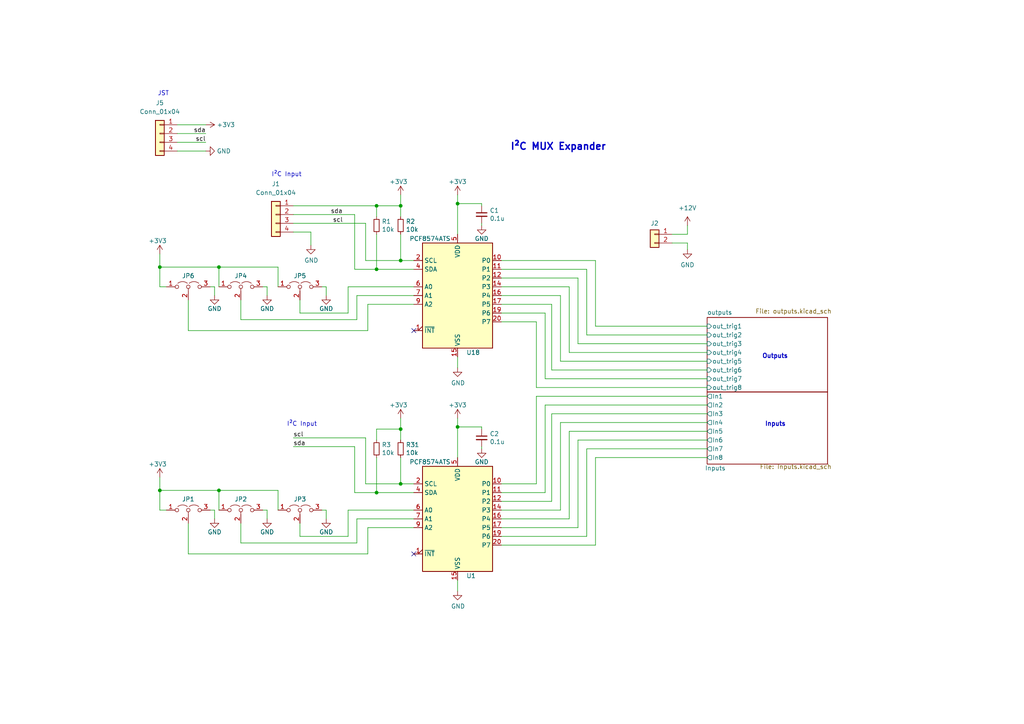
<source format=kicad_sch>
(kicad_sch (version 20231120) (generator "eeschema") (generator_version "8.0")
  (paper "A4")
  (title_block (title "Industrial Input Device") (date "2023-02-04") (rev "v01") (company "Pekaway") (comment 1 "Checked by:  Karl ") (comment 2 "Designed by: Simon ") (comment 3 "Project Lead: Karl ") (comment 4 "Industrial Input Device"))
  (lib_symbols
    (symbol "+3V3_1" (power) (pin_names (offset 0))
      (property "Value" "+3V3_1" (at 0 3.556 0))
      (symbol "+3V3_1_0_1"
        (polyline (pts (xy -0.762 1.27) (xy 0 2.54)))
        (polyline (pts (xy 0 0) (xy 0 2.54)))
        (polyline (pts (xy 0 2.54) (xy 0.762 1.27)))
      )
      (symbol "+3V3_1_1_1"
        (pin power_in line (at 0 0 90) (length 0) hide (name "+3V3") (number "1"))
      )
    )
    (symbol "Connector_Generic:Conn_01x02" (pin_names (offset 1.016) hide)
      (property "Reference" "J" (at 0 2.54 0))
      (property "Value" "Conn_01x02" (at 0 -5.08 0))
      (symbol "Conn_01x02_1_1"
        (rectangle (start -1.27 -2.413) (end 0 -2.667) (stroke (width 0.1524)))
        (rectangle (start -1.27 0.127) (end 0 -0.127) (stroke (width 0.1524)))
        (rectangle (start -1.27 1.27) (end 1.27 -3.81) (stroke (width 0.254)) (fill (type background)))
        (pin passive line (at -5.08 0 0) (length 3.81) (name "Pin_1") (number "1"))
        (pin passive line (at -5.08 -2.54 0) (length 3.81) (name "Pin_2") (number "2"))
      )
    )
    (symbol "Connector_Generic:Conn_01x04" (pin_names (offset 1.016) hide)
      (property "Reference" "J" (at 0 5.08 0))
      (property "Value" "Conn_01x04" (at 0 -7.62 0))
      (symbol "Conn_01x04_1_1"
        (rectangle (start -1.27 -4.953) (end 0 -5.207) (stroke (width 0.1524)))
        (rectangle (start -1.27 -2.413) (end 0 -2.667) (stroke (width 0.1524)))
        (rectangle (start -1.27 0.127) (end 0 -0.127) (stroke (width 0.1524)))
        (rectangle (start -1.27 2.667) (end 0 2.413) (stroke (width 0.1524)))
        (rectangle (start -1.27 3.81) (end 1.27 -6.35) (stroke (width 0.254)) (fill (type background)))
        (pin passive line (at -5.08 2.54 0) (length 3.81) (name "Pin_1") (number "1"))
        (pin passive line (at -5.08 0 0) (length 3.81) (name "Pin_2") (number "2"))
        (pin passive line (at -5.08 -2.54 0) (length 3.81) (name "Pin_3") (number "3"))
        (pin passive line (at -5.08 -5.08 0) (length 3.81) (name "Pin_4") (number "4"))
      )
    )
    (symbol "Device:C_Small" (pin_numbers hide) (pin_names (offset 0.254) hide)
      (property "Reference" "C" (at 0.254 1.778 0))
      (property "Value" "C_Small" (at 0.254 -2.032 0))
      (symbol "C_Small_0_1"
        (polyline (pts (xy -1.524 -0.508) (xy 1.524 -0.508)) (stroke (width 0.3302)))
        (polyline (pts (xy -1.524 0.508) (xy 1.524 0.508)) (stroke (width 0.3048)))
      )
      (symbol "C_Small_1_1"
        (pin passive line (at 0 2.54 270) (length 2.032) (name "~") (number "1"))
        (pin passive line (at 0 -2.54 90) (length 2.032) (name "~") (number "2"))
      )
    )
    (symbol "Device:R_Small" (pin_numbers hide) (pin_names (offset 0.254) hide)
      (property "Reference" "R" (at 0.762 0.508 0))
      (property "Value" "R_Small" (at 0.762 -1.016 0))
      (symbol "R_Small_0_1"
        (rectangle (start -0.762 1.778) (end 0.762 -1.778) (stroke (width 0.2032)))
      )
      (symbol "R_Small_1_1"
        (pin passive line (at 0 2.54 270) (length 0.762) (name "~") (number "1"))
        (pin passive line (at 0 -2.54 90) (length 0.762) (name "~") (number "2"))
      )
    )
    (symbol "GND_1" (power) (pin_names (offset 0))
      (property "Value" "GND_1" (at 0 -3.81 0))
      (symbol "GND_1_0_1"
        (polyline (pts (xy 0 0) (xy 0 -1.27) (xy 1.27 -1.27) (xy 0 -2.54) (xy -1.27 -1.27) (xy 0 -1.27)))
      )
      (symbol "GND_1_1_1"
        (pin power_in line (at 0 0 270) (length 0) hide (name "GND") (number "1"))
      )
    )
    (symbol "Interface_Expansion:PCF8574ATS"
      (property "Reference" "U" (at -8.89 16.51 0))
      (property "Value" "PCF8574ATS" (at 3.81 16.51 0))
      (symbol "PCF8574ATS_0_1"
        (rectangle (start -10.16 15.24) (end 10.16 -15.24) (stroke (width 0.254)) (fill (type background)))
      )
      (symbol "PCF8574ATS_1_1"
        (pin open_collector output_low (at -12.7 -10.16 0) (length 2.54) (name "~{INT}") (number "1"))
        (pin bidirectional line (at 12.7 10.16 180) (length 2.54) (name "P0") (number "10"))
        (pin bidirectional line (at 12.7 7.62 180) (length 2.54) (name "P1") (number "11"))
        (pin bidirectional line (at 12.7 5.08 180) (length 2.54) (name "P2") (number "12"))
        (pin no_connect line (at -10.16 -5.08 0) (length 2.54) hide (name "NC") (number "13"))
        (pin bidirectional line (at 12.7 2.54 180) (length 2.54) (name "P3") (number "14"))
        (pin power_in line (at 0 -17.78 90) (length 2.54) (name "VSS") (number "15"))
        (pin bidirectional line (at 12.7 0 180) (length 2.54) (name "P4") (number "16"))
        (pin bidirectional line (at 12.7 -2.54 180) (length 2.54) (name "P5") (number "17"))
        (pin no_connect line (at -10.16 -7.62 0) (length 2.54) hide (name "NC") (number "18"))
        (pin bidirectional line (at 12.7 -5.08 180) (length 2.54) (name "P6") (number "19"))
        (pin input line (at -12.7 10.16 0) (length 2.54) (name "SCL") (number "2"))
        (pin bidirectional line (at 12.7 -7.62 180) (length 2.54) (name "P7") (number "20"))
        (pin no_connect line (at 10.16 -10.16 180) (length 2.54) hide (name "NC") (number "3"))
        (pin bidirectional line (at -12.7 7.62 0) (length 2.54) (name "SDA") (number "4"))
        (pin power_in line (at 0 17.78 270) (length 2.54) (name "VDD") (number "5"))
        (pin input line (at -12.7 2.54 0) (length 2.54) (name "A0") (number "6"))
        (pin input line (at -12.7 0 0) (length 2.54) (name "A1") (number "7"))
        (pin no_connect line (at 10.16 -12.7 180) (length 2.54) hide (name "NC") (number "8"))
        (pin input line (at -12.7 -2.54 0) (length 2.54) (name "A2") (number "9"))
      )
    )
    (symbol "Jumper:Jumper_3_Open" (pin_names (offset 0) hide)
      (property "Reference" "JP" (at -2.54 -2.54 0))
      (property "Value" "Jumper_3_Open" (at 0 2.794 0))
      (symbol "Jumper_3_Open_0_0"
        (circle (center -3.302 0) (radius 0.508))
        (circle (center 0 0) (radius 0.508))
        (circle (center 3.302 0) (radius 0.508))
      )
      (symbol "Jumper_3_Open_0_1"
        (arc (start -0.254 1.016) (mid -1.651 1.4992) (end -3.048 1.016))
        (polyline (pts (xy 0 -0.508) (xy 0 -1.27)))
        (arc (start 3.048 1.016) (mid 1.651 1.4992) (end 0.254 1.016))
      )
      (symbol "Jumper_3_Open_1_1"
        (pin passive line (at -6.35 0 0) (length 2.54) (name "A") (number "1"))
        (pin passive line (at 0 -3.81 90) (length 2.54) (name "C") (number "2"))
        (pin passive line (at 6.35 0 180) (length 2.54) (name "B") (number "3"))
      )
    )
    (symbol "power:+12V" (power) (pin_names (offset 0))
      (property "Value" "+12V" (at 0 3.556 0))
      (symbol "+12V_0_1"
        (polyline (pts (xy -0.762 1.27) (xy 0 2.54)))
        (polyline (pts (xy 0 0) (xy 0 2.54)))
        (polyline (pts (xy 0 2.54) (xy 0.762 1.27)))
      )
      (symbol "+12V_1_1"
        (pin power_in line (at 0 0 90) (length 0) hide (name "+12V") (number "1"))
      )
    )
    (symbol "power:+3V3" (power) (pin_names (offset 0))
      (property "Value" "+3V3" (at 0 3.556 0))
      (symbol "+3V3_0_1"
        (polyline (pts (xy -0.762 1.27) (xy 0 2.54)))
        (polyline (pts (xy 0 0) (xy 0 2.54)))
        (polyline (pts (xy 0 2.54) (xy 0.762 1.27)))
      )
      (symbol "+3V3_1_1"
        (pin power_in line (at 0 0 90) (length 0) hide (name "+3V3") (number "1"))
      )
    )
    (symbol "power:GND" (power) (pin_names (offset 0))
      (property "Value" "GND" (at 0 -3.81 0))
      (symbol "GND_0_1"
        (polyline (pts (xy 0 0) (xy 0 -1.27) (xy 1.27 -1.27) (xy 0 -2.54) (xy -1.27 -1.27) (xy 0 -1.27)))
      )
      (symbol "GND_1_1"
        (pin power_in line (at 0 0 270) (length 0) hide (name "GND") (number "1"))
      )
    )
  )
  (junction (at 63.5 77.47))
  (junction (at 109.22 78.105))
  (junction (at 116.205 124.46))
  (junction (at 116.205 140.335))
  (junction (at 46.355 142.24))
  (junction (at 132.715 123.825))
  (junction (at 109.22 142.875))
  (junction (at 116.205 75.565))
  (junction (at 63.5 142.24))
  (junction (at 109.22 59.69))
  (junction (at 132.715 59.055))
  (junction (at 46.355 77.47))
  (junction (at 116.205 59.69))
  (no_connect (at 120.015 95.885))
  (no_connect (at 120.015 160.655))
  (wire (pts (xy 155.575 114.935) (xy 205.105 114.935)))
  (wire (pts (xy 170.18 130.175) (xy 205.105 130.175)))
  (wire (pts (xy 160.02 107.315) (xy 160.02 88.265)))
  (wire (pts (xy 103.505 85.725) (xy 120.015 85.725)))
  (wire (pts (xy 162.56 122.555) (xy 205.105 122.555)))
  (wire (pts (xy 106.045 75.565) (xy 116.205 75.565)))
  (wire (pts (xy 145.415 140.335) (xy 155.575 140.335)))
  (wire (pts (xy 85.09 59.69) (xy 109.22 59.69)))
  (wire (pts (xy 86.995 90.805) (xy 100.965 90.805)))
  (wire (pts (xy 160.02 120.015) (xy 205.105 120.015)))
  (wire (pts (xy 46.355 73.66) (xy 46.355 77.47)))
  (wire (pts (xy 86.995 151.765) (xy 86.995 155.575)))
  (wire (pts (xy 69.85 151.765) (xy 69.85 157.48)))
  (wire (pts (xy 100.965 155.575) (xy 100.965 147.955)))
  (wire (pts (xy 106.68 88.265) (xy 120.015 88.265)))
  (wire (pts (xy 102.87 142.875) (xy 109.22 142.875)))
  (wire (pts (xy 145.415 147.955) (xy 162.56 147.955)))
  (wire (pts (xy 100.965 83.185) (xy 120.015 83.185)))
  (wire (pts (xy 77.47 83.185) (xy 77.47 85.725)))
  (wire (pts (xy 116.205 140.335) (xy 120.015 140.335)))
  (wire (pts (xy 102.87 78.105) (xy 109.22 78.105)))
  (wire (pts (xy 132.715 103.505) (xy 132.715 106.68)))
  (wire (pts (xy 80.645 147.955) (xy 80.645 142.24)))
  (wire (pts (xy 116.205 127.635) (xy 116.205 124.46)))
  (wire (pts (xy 106.045 127) (xy 106.045 140.335)))
  (wire (pts (xy 93.345 147.955) (xy 94.615 147.955)))
  (wire (pts (xy 145.415 142.875) (xy 158.115 142.875)))
  (wire (pts (xy 48.26 83.185) (xy 46.355 83.185)))
  (wire (pts (xy 62.23 83.185) (xy 62.23 85.725)))
  (wire (pts (xy 132.715 168.275) (xy 132.715 171.45)))
  (wire (pts (xy 109.22 78.105) (xy 120.015 78.105)))
  (wire (pts (xy 145.415 158.115) (xy 172.72 158.115)))
  (wire (pts (xy 116.205 121.285) (xy 116.205 124.46)))
  (wire (pts (xy 54.61 151.765) (xy 54.61 160.655)))
  (wire (pts (xy 90.17 67.31) (xy 90.17 71.12)))
  (wire (pts (xy 160.02 88.265) (xy 145.415 88.265)))
  (wire (pts (xy 145.415 145.415) (xy 160.02 145.415)))
  (wire (pts (xy 106.045 140.335) (xy 116.205 140.335)))
  (wire (pts (xy 194.945 70.485) (xy 199.39 70.485)))
  (wire (pts (xy 132.715 56.515) (xy 132.715 59.055)))
  (wire (pts (xy 172.72 94.615) (xy 205.105 94.615)))
  (wire (pts (xy 54.61 95.885) (xy 106.68 95.885)))
  (wire (pts (xy 158.115 109.855) (xy 158.115 90.805)))
  (wire (pts (xy 165.1 102.235) (xy 165.1 83.185)))
  (wire (pts (xy 162.56 147.955) (xy 162.56 122.555)))
  (wire (pts (xy 109.22 59.69) (xy 109.22 62.865)))
  (wire (pts (xy 167.64 127.635) (xy 205.105 127.635)))
  (wire (pts (xy 103.505 157.48) (xy 103.505 150.495)))
  (wire (pts (xy 158.115 90.805) (xy 145.415 90.805)))
  (wire (pts (xy 85.09 129.54) (xy 102.87 129.54)))
  (wire (pts (xy 102.87 129.54) (xy 102.87 142.875)))
  (wire (pts (xy 106.68 160.655) (xy 106.68 153.035)))
  (wire (pts (xy 139.7 123.825) (xy 139.7 124.46)))
  (wire (pts (xy 63.5 142.24) (xy 46.355 142.24)))
  (wire (pts (xy 51.435 43.815) (xy 59.69 43.815)))
  (wire (pts (xy 116.205 75.565) (xy 120.015 75.565)))
  (wire (pts (xy 109.22 124.46) (xy 109.22 127.635)))
  (wire (pts (xy 165.1 83.185) (xy 145.415 83.185)))
  (wire (pts (xy 132.715 59.055) (xy 132.715 67.945)))
  (wire (pts (xy 60.96 147.955) (xy 62.23 147.955)))
  (wire (pts (xy 145.415 155.575) (xy 170.18 155.575)))
  (wire (pts (xy 77.47 147.955) (xy 77.47 150.495)))
  (wire (pts (xy 139.7 64.77) (xy 139.7 65.405)))
  (wire (pts (xy 170.18 78.105) (xy 170.18 97.155)))
  (wire (pts (xy 63.5 147.955) (xy 63.5 142.24)))
  (wire (pts (xy 80.645 142.24) (xy 63.5 142.24)))
  (wire (pts (xy 170.18 97.155) (xy 205.105 97.155)))
  (wire (pts (xy 139.7 59.055) (xy 139.7 59.69)))
  (wire (pts (xy 80.645 77.47) (xy 63.5 77.47)))
  (wire (pts (xy 54.61 160.655) (xy 106.68 160.655)))
  (wire (pts (xy 170.18 155.575) (xy 170.18 130.175)))
  (wire (pts (xy 199.39 65.405) (xy 199.39 67.945)))
  (wire (pts (xy 103.505 92.71) (xy 103.505 85.725)))
  (wire (pts (xy 93.345 83.185) (xy 94.615 83.185)))
  (wire (pts (xy 86.995 86.995) (xy 86.995 90.805)))
  (wire (pts (xy 167.64 99.695) (xy 167.64 80.645)))
  (wire (pts (xy 145.415 153.035) (xy 167.64 153.035)))
  (wire (pts (xy 48.26 147.955) (xy 46.355 147.955)))
  (wire (pts (xy 109.22 59.69) (xy 116.205 59.69)))
  (wire (pts (xy 116.205 132.715) (xy 116.205 140.335)))
  (wire (pts (xy 132.715 121.285) (xy 132.715 123.825)))
  (wire (pts (xy 85.09 64.77) (xy 106.045 64.77)))
  (wire (pts (xy 145.415 78.105) (xy 170.18 78.105)))
  (wire (pts (xy 100.965 147.955) (xy 120.015 147.955)))
  (wire (pts (xy 76.2 147.955) (xy 77.47 147.955)))
  (wire (pts (xy 194.945 67.945) (xy 199.39 67.945)))
  (wire (pts (xy 106.68 95.885) (xy 106.68 88.265)))
  (wire (pts (xy 167.64 99.695) (xy 205.105 99.695)))
  (wire (pts (xy 60.96 83.185) (xy 62.23 83.185)))
  (wire (pts (xy 132.715 59.055) (xy 139.7 59.055)))
  (wire (pts (xy 145.415 150.495) (xy 165.1 150.495)))
  (wire (pts (xy 132.715 123.825) (xy 139.7 123.825)))
  (wire (pts (xy 116.205 62.865) (xy 116.205 59.69)))
  (wire (pts (xy 155.575 140.335) (xy 155.575 114.935)))
  (wire (pts (xy 139.7 129.54) (xy 139.7 130.175)))
  (wire (pts (xy 132.715 123.825) (xy 132.715 132.715)))
  (wire (pts (xy 100.965 90.805) (xy 100.965 83.185)))
  (wire (pts (xy 109.22 132.715) (xy 109.22 142.875)))
  (wire (pts (xy 145.415 75.565) (xy 172.72 75.565)))
  (wire (pts (xy 172.72 158.115) (xy 172.72 132.715)))
  (wire (pts (xy 69.85 157.48) (xy 103.505 157.48)))
  (wire (pts (xy 51.435 41.275) (xy 59.69 41.275)))
  (wire (pts (xy 51.435 36.195) (xy 59.69 36.195)))
  (wire (pts (xy 63.5 83.185) (xy 63.5 77.47)))
  (wire (pts (xy 172.72 132.715) (xy 205.105 132.715)))
  (wire (pts (xy 116.205 56.515) (xy 116.205 59.69)))
  (wire (pts (xy 165.1 125.095) (xy 205.105 125.095)))
  (wire (pts (xy 102.87 62.23) (xy 102.87 78.105)))
  (wire (pts (xy 167.64 153.035) (xy 167.64 127.635)))
  (wire (pts (xy 63.5 77.47) (xy 46.355 77.47)))
  (wire (pts (xy 103.505 150.495) (xy 120.015 150.495)))
  (wire (pts (xy 85.09 62.23) (xy 102.87 62.23)))
  (wire (pts (xy 109.22 142.875) (xy 120.015 142.875)))
  (wire (pts (xy 106.045 64.77) (xy 106.045 75.565)))
  (wire (pts (xy 160.02 107.315) (xy 205.105 107.315)))
  (wire (pts (xy 86.995 155.575) (xy 100.965 155.575)))
  (wire (pts (xy 46.355 138.43) (xy 46.355 142.24)))
  (wire (pts (xy 172.72 75.565) (xy 172.72 94.615)))
  (wire (pts (xy 94.615 147.955) (xy 94.615 150.495)))
  (wire (pts (xy 160.02 145.415) (xy 160.02 120.015)))
  (wire (pts (xy 167.64 80.645) (xy 145.415 80.645)))
  (wire (pts (xy 54.61 86.995) (xy 54.61 95.885)))
  (wire (pts (xy 80.645 83.185) (xy 80.645 77.47)))
  (wire (pts (xy 155.575 112.395) (xy 155.575 93.345)))
  (wire (pts (xy 51.435 38.735) (xy 59.69 38.735)))
  (wire (pts (xy 162.56 85.725) (xy 145.415 85.725)))
  (wire (pts (xy 158.115 109.855) (xy 205.105 109.855)))
  (wire (pts (xy 162.56 104.775) (xy 162.56 85.725)))
  (wire (pts (xy 158.115 142.875) (xy 158.115 117.475)))
  (wire (pts (xy 109.22 124.46) (xy 116.205 124.46)))
  (wire (pts (xy 116.205 67.945) (xy 116.205 75.565)))
  (wire (pts (xy 46.355 142.24) (xy 46.355 147.955)))
  (wire (pts (xy 109.22 67.945) (xy 109.22 78.105)))
  (wire (pts (xy 62.23 147.955) (xy 62.23 150.495)))
  (wire (pts (xy 85.09 127) (xy 106.045 127)))
  (wire (pts (xy 106.68 153.035) (xy 120.015 153.035)))
  (wire (pts (xy 94.615 83.185) (xy 94.615 85.725)))
  (wire (pts (xy 155.575 112.395) (xy 205.105 112.395)))
  (wire (pts (xy 162.56 104.775) (xy 205.105 104.775)))
  (wire (pts (xy 199.39 70.485) (xy 199.39 72.39)))
  (wire (pts (xy 85.09 67.31) (xy 90.17 67.31)))
  (wire (pts (xy 69.85 86.995) (xy 69.85 92.71)))
  (wire (pts (xy 155.575 93.345) (xy 145.415 93.345)))
  (wire (pts (xy 158.115 117.475) (xy 205.105 117.475)))
  (wire (pts (xy 165.1 150.495) (xy 165.1 125.095)))
  (wire (pts (xy 69.85 92.71) (xy 103.505 92.71)))
  (wire (pts (xy 165.1 102.235) (xy 205.105 102.235)))
  (wire (pts (xy 46.355 77.47) (xy 46.355 83.185)))
  (wire (pts (xy 76.2 83.185) (xy 77.47 83.185)))
  (text "Outputs" (at 228.6 104.14 0) (effects (font (size 1.27 1.27) (thickness 0.254) (bold yes)) (justify right bottom)))
  (text "I²C MUX Expander" (at 147.955 43.815 0) (effects (font (size 2 2) (thickness 0.4) (bold yes)) (justify left bottom)))
  (text "Inputs" (at 227.965 123.825 0) (effects (font (size 1.27 1.27) (thickness 0.254) (bold yes)) (justify right bottom)))
  (text "I²C Input" (at 78.74 51.435 0) (effects (font (size 1.27 1.27)) (justify left bottom)))
  (text "JST" (at 45.72 27.94 0) (effects (font (size 1.27 1.27)) (justify left bottom)))
  (text "I²C Input" (at 83.185 123.825 0) (effects (font (size 1.27 1.27)) (justify left bottom)))
  (label "sda" (at 85.09 129.54 0))
  (label "scl" (at 85.09 127 0))
  (label "scl" (at 96.52 64.77 0))
  (label "sda" (at 95.885 62.23 0))
  (label "sda" (at 59.69 38.735 180))
  (label "scl" (at 59.69 41.275 180))
  (symbol (lib_id "Device:C_Small") (at 139.7 62.23 0) (unit 1)
    (property "Reference" "C1" (at 142.0368 61.0616 0) (effects (justify left)))
    (property "Value" "0.1u" (at 142.0368 63.373 0) (effects (justify left)))
    (property "Footprint" "Capacitor_SMD:C_0603_1608Metric" (effects (hide yes)))
  )
  (symbol (lib_id "power:GND") (at 139.7 65.405 0) (unit 1)
    (property "Reference" "#PWR08" (effects (hide yes)))
    (property "Value" "GND" (at 139.7 69.215 0))
  )
  (symbol (lib_id "Device:R_Small") (at 116.205 65.405 0) (unit 1)
    (property "Reference" "R2" (at 117.7036 64.2366 0) (effects (justify left)))
    (property "Value" "10k" (at 117.7036 66.548 0) (effects (justify left)))
    (property "Footprint" "Resistor_SMD:R_0603_1608Metric" (effects (hide yes)))
  )
  (symbol (lib_id "Device:R_Small") (at 109.22 65.405 0) (unit 1)
    (property "Reference" "R1" (at 110.7186 64.2366 0) (effects (justify left)))
    (property "Value" "10k" (at 110.7186 66.548 0) (effects (justify left)))
    (property "Footprint" "Resistor_SMD:R_0603_1608Metric" (effects (hide yes)))
  )
  (symbol (lib_id "power:+3V3") (at 132.715 121.285 0) (unit 1)
    (property "Reference" "#PWR069" (effects (hide yes)))
    (property "Value" "+3V3" (at 132.715 117.475 0))
  )
  (symbol (lib_id "Jumper:Jumper_3_Open") (at 69.85 147.955 0) (unit 1)
    (property "Reference" "JP2" (at 69.85 144.78 0))
    (property "Value" "Jumper_3_Open" (effects (hide yes)))
    (property "Footprint" "Jumper:SolderJumper-3_P1.3mm_Open_RoundedPad1.0x1.5mm" (effects (hide yes)))
  )
  (symbol (lib_id "power:GND") (at 62.23 150.495 0) (unit 1)
    (property "Reference" "#PWR07" (effects (hide yes)))
    (property "Value" "GND" (at 62.23 154.305 0))
  )
  (symbol (lib_id "power:GND") (at 139.7 130.175 0) (unit 1)
    (property "Reference" "#PWR071" (effects (hide yes)))
    (property "Value" "GND" (at 139.7 133.985 0))
  )
  (symbol (lib_id "Jumper:Jumper_3_Open") (at 86.995 147.955 0) (unit 1)
    (property "Reference" "JP3" (at 86.995 144.78 0))
    (property "Value" "Jumper_3_Open" (effects (hide yes)))
    (property "Footprint" "Jumper:SolderJumper-3_P1.3mm_Open_RoundedPad1.0x1.5mm" (effects (hide yes)))
  )
  (symbol (lib_id "power:+12V") (at 199.39 65.405 0) (unit 1)
    (property "Reference" "#PWR02" (effects (hide yes)))
    (property "Value" "+12V" (at 199.39 60.325 0))
  )
  (symbol (lib_id "Jumper:Jumper_3_Open") (at 54.61 147.955 0) (unit 1)
    (property "Reference" "JP1" (at 54.61 144.78 0))
    (property "Value" "Jumper_3_Open" (effects (hide yes)))
    (property "Footprint" "Jumper:SolderJumper-3_P1.3mm_Open_RoundedPad1.0x1.5mm" (effects (hide yes)))
  )
  (symbol (lib_id "Connector_Generic:Conn_01x04") (at 80.01 62.23 0) (mirror y) (unit 1)
    (property "Reference" "J1" (at 80.01 53.34 0))
    (property "Value" "Conn_01x04" (at 80.01 55.88 0))
    (property "Footprint" "Connector_JST:JST_PH_S4B-PH-K_1x04_P2.00mm_Horizontal" (effects (hide yes)))
  )
  (symbol (lib_name "GND_1") (lib_id "power:GND") (at 59.69 43.815 90) (unit 1)
    (property "Reference" "#PWR014" (effects (hide yes)))
    (property "Value" "GND" (at 62.865 43.815 90) (effects (justify right)))
  )
  (symbol (lib_id "power:GND") (at 77.47 85.725 0) (unit 1)
    (property "Reference" "#PWR062" (effects (hide yes)))
    (property "Value" "GND" (at 77.47 89.535 0))
  )
  (symbol (lib_id "power:GND") (at 132.715 106.68 0) (unit 1)
    (property "Reference" "#PWR060" (effects (hide yes)))
    (property "Value" "GND" (at 132.842 111.0742 0))
  )
  (symbol (lib_name "+3V3_1") (lib_id "power:+3V3") (at 59.69 36.195 270) (unit 1)
    (property "Reference" "#PWR013" (effects (hide yes)))
    (property "Value" "+3V3" (at 62.865 36.195 90) (effects (justify left)))
  )
  (symbol (lib_id "Device:R_Small") (at 109.22 130.175 0) (unit 1)
    (property "Reference" "R3" (at 110.7186 129.0066 0) (effects (justify left)))
    (property "Value" "10k" (at 110.7186 131.318 0) (effects (justify left)))
    (property "Footprint" "Resistor_SMD:R_0603_1608Metric" (effects (hide yes)))
  )
  (symbol (lib_id "Connector_Generic:Conn_01x02") (at 189.865 67.945 0) (mirror y) (unit 1)
    (property "Reference" "J2" (at 189.865 64.77 0))
    (property "Value" "Conn_01x02" (effects (hide yes)))
    (property "Footprint" "Connector_Phoenix_MC:PhoenixContact_MC_1,5_2-G-3.81_1x02_P3.81mm_Horizontal" (effects (hide yes)))
  )
  (symbol (lib_id "power:GND") (at 132.715 171.45 0) (unit 1)
    (property "Reference" "#PWR070" (effects (hide yes)))
    (property "Value" "GND" (at 132.842 175.8442 0))
  )
  (symbol (lib_id "power:+3V3") (at 116.205 56.515 0) (unit 1)
    (property "Reference" "#PWR04" (effects (hide yes)))
    (property "Value" "+3V3" (at 115.57 52.705 0))
  )
  (symbol (lib_id "power:+3V3") (at 132.715 56.515 0) (unit 1)
    (property "Reference" "#PWR06" (effects (hide yes)))
    (property "Value" "+3V3" (at 132.715 52.705 0))
  )
  (symbol (lib_id "power:GND") (at 62.23 85.725 0) (unit 1)
    (property "Reference" "#PWR063" (effects (hide yes)))
    (property "Value" "GND" (at 62.23 89.535 0))
  )
  (symbol (lib_id "Interface_Expansion:PCF8574ATS") (at 132.715 150.495 0) (unit 1)
    (property "Reference" "U1" (at 135.255 167.005 0) (effects (justify left)))
    (property "Value" "PCF8574ATS" (at 118.745 133.985 0) (effects (justify left)))
    (property "Footprint" "Package_SO:SSOP-20_4.4x6.5mm_P0.65mm" (effects (hide yes)))
    (property "Datasheet" "http://www.nxp.com/documents/data_sheet/PCF8574_PCF8574A.pdf" (effects (hide yes)))
  )
  (symbol (lib_id "Device:C_Small") (at 139.7 127 0) (unit 1)
    (property "Reference" "C2" (at 142.0368 125.8316 0) (effects (justify left)))
    (property "Value" "0.1u" (at 142.0368 128.143 0) (effects (justify left)))
    (property "Footprint" "Capacitor_SMD:C_0603_1608Metric" (effects (hide yes)))
  )
  (symbol (lib_id "Connector_Generic:Conn_01x04") (at 46.355 38.735 0) (mirror y) (unit 1)
    (property "Reference" "J5" (at 46.355 29.845 0))
    (property "Value" "Conn_01x04" (at 46.355 32.385 0))
    (property "Footprint" "Connector_JST:JST_PH_S4B-PH-K_1x04_P2.00mm_Horizontal" (effects (hide yes)))
  )
  (symbol (lib_id "Jumper:Jumper_3_Open") (at 86.995 83.185 0) (unit 1)
    (property "Reference" "JP5" (at 86.995 80.01 0))
    (property "Value" "Jumper_3_Open" (effects (hide yes)))
    (property "Footprint" "Jumper:SolderJumper-3_P1.3mm_Open_RoundedPad1.0x1.5mm" (effects (hide yes)))
  )
  (symbol (lib_id "power:GND") (at 77.47 150.495 0) (unit 1)
    (property "Reference" "#PWR065" (effects (hide yes)))
    (property "Value" "GND" (at 77.47 154.305 0))
  )
  (symbol (lib_id "power:GND") (at 94.615 150.495 0) (unit 1)
    (property "Reference" "#PWR067" (effects (hide yes)))
    (property "Value" "GND" (at 94.615 154.305 0))
  )
  (symbol (lib_id "power:+3V3") (at 46.355 138.43 0) (unit 1)
    (property "Reference" "#PWR05" (effects (hide yes)))
    (property "Value" "+3V3" (at 45.72 134.62 0))
  )
  (symbol (lib_id "Device:R_Small") (at 116.205 130.175 0) (unit 1)
    (property "Reference" "R31" (at 117.7036 129.0066 0) (effects (justify left)))
    (property "Value" "10k" (at 117.7036 131.318 0) (effects (justify left)))
    (property "Footprint" "Resistor_SMD:R_0603_1608Metric" (effects (hide yes)))
  )
  (symbol (lib_id "Jumper:Jumper_3_Open") (at 54.61 83.185 0) (unit 1)
    (property "Reference" "JP6" (at 54.61 80.01 0))
    (property "Value" "Jumper_3_Open" (effects (hide yes)))
    (property "Footprint" "Jumper:SolderJumper-3_P1.3mm_Open_RoundedPad1.0x1.5mm" (effects (hide yes)))
  )
  (symbol (lib_id "power:+3V3") (at 46.355 73.66 0) (unit 1)
    (property "Reference" "#PWR064" (effects (hide yes)))
    (property "Value" "+3V3" (at 45.72 69.85 0))
  )
  (symbol (lib_id "Interface_Expansion:PCF8574ATS") (at 132.715 85.725 0) (unit 1)
    (property "Reference" "U18" (at 135.255 102.235 0) (effects (justify left)))
    (property "Value" "PCF8574ATS" (at 118.745 69.215 0) (effects (justify left)))
    (property "Footprint" "Package_SO:SSOP-20_4.4x6.5mm_P0.65mm" (effects (hide yes)))
    (property "Datasheet" "http://www.nxp.com/documents/data_sheet/PCF8574_PCF8574A.pdf" (effects (hide yes)))
  )
  (symbol (lib_id "power:GND") (at 94.615 85.725 0) (unit 1)
    (property "Reference" "#PWR061" (effects (hide yes)))
    (property "Value" "GND" (at 94.615 89.535 0))
  )
  (symbol (lib_id "power:GND") (at 90.17 71.12 0) (unit 1)
    (property "Reference" "#PWR01" (effects (hide yes)))
    (property "Value" "GND" (at 90.297 75.5142 0))
  )
  (symbol (lib_id "Jumper:Jumper_3_Open") (at 69.85 83.185 0) (unit 1)
    (property "Reference" "JP4" (at 69.85 80.01 0))
    (property "Value" "Jumper_3_Open" (effects (hide yes)))
    (property "Footprint" "Jumper:SolderJumper-3_P1.3mm_Open_RoundedPad1.0x1.5mm" (effects (hide yes)))
  )
  (symbol (lib_id "power:+3V3") (at 116.205 121.285 0) (unit 1)
    (property "Reference" "#PWR068" (effects (hide yes)))
    (property "Value" "+3V3" (at 115.57 117.475 0))
  )
  (symbol (lib_id "power:GND") (at 199.39 72.39 0) (unit 1)
    (property "Reference" "#PWR03" (effects (hide yes)))
    (property "Value" "GND" (at 199.39 76.835 0))
  )
  (sheet (at 205.105 113.665) (size 34.925 20.955) (stroke (width 0.1524))
    (property "Sheetname" "Inputs" (at 204.47 136.525 0) (effects (justify left bottom)))
    (property "Sheetfile" "Inputs.kicad_sch" (at 220.345 134.62 0) (effects (justify left top)))
    (pin "In6" output (at 205.105 127.635 180))
    (pin "In5" output (at 205.105 125.095 180))
    (pin "In7" output (at 205.105 130.175 180))
    (pin "In8" output (at 205.105 132.715 180))
    (pin "In4" output (at 205.105 122.555 180))
    (pin "In3" output (at 205.105 120.015 180))
    (pin "In2" output (at 205.105 117.475 180))
    (pin "In1" output (at 205.105 114.935 180))
  )
  (sheet (at 205.105 92.075) (size 34.925 21.59) (stroke (width 0.1524))
    (property "Sheetname" "outputs" (at 205.105 91.3634 0) (effects (justify left bottom)))
    (property "Sheetfile" "outputs.kicad_sch" (at 219.075 89.535 0) (effects (justify left top)))
    (pin "out_trig8" input (at 205.105 112.395 180))
    (pin "out_trig7" input (at 205.105 109.855 180))
    (pin "out_trig6" input (at 205.105 107.315 180))
    (pin "out_trig5" input (at 205.105 104.775 180))
    (pin "out_trig1" input (at 205.105 94.615 180))
    (pin "out_trig2" input (at 205.105 97.155 180))
    (pin "out_trig3" input (at 205.105 99.695 180))
    (pin "out_trig4" input (at 205.105 102.235 180))
  )
)
</source>
